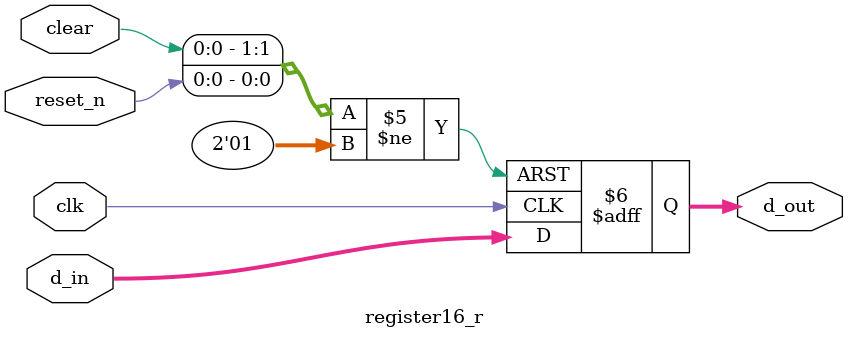
<source format=v>
module register16_r(clk, reset_n,clear, d_in, d_out); //[LAB05]Asynchronous resettable d ff
	input clk, reset_n,clear; // reset active low
	input [15:0] d_in;
	output reg [15:0] d_out;
	
	always@(posedge clk or negedge reset_n or posedge clear)
	begin
		if(reset_n == 0)		d_out <= 16'b0;
		else if(clear == 1)	d_out <= 16'b0;
		else						d_out <= d_in;
	end
endmodule
</source>
